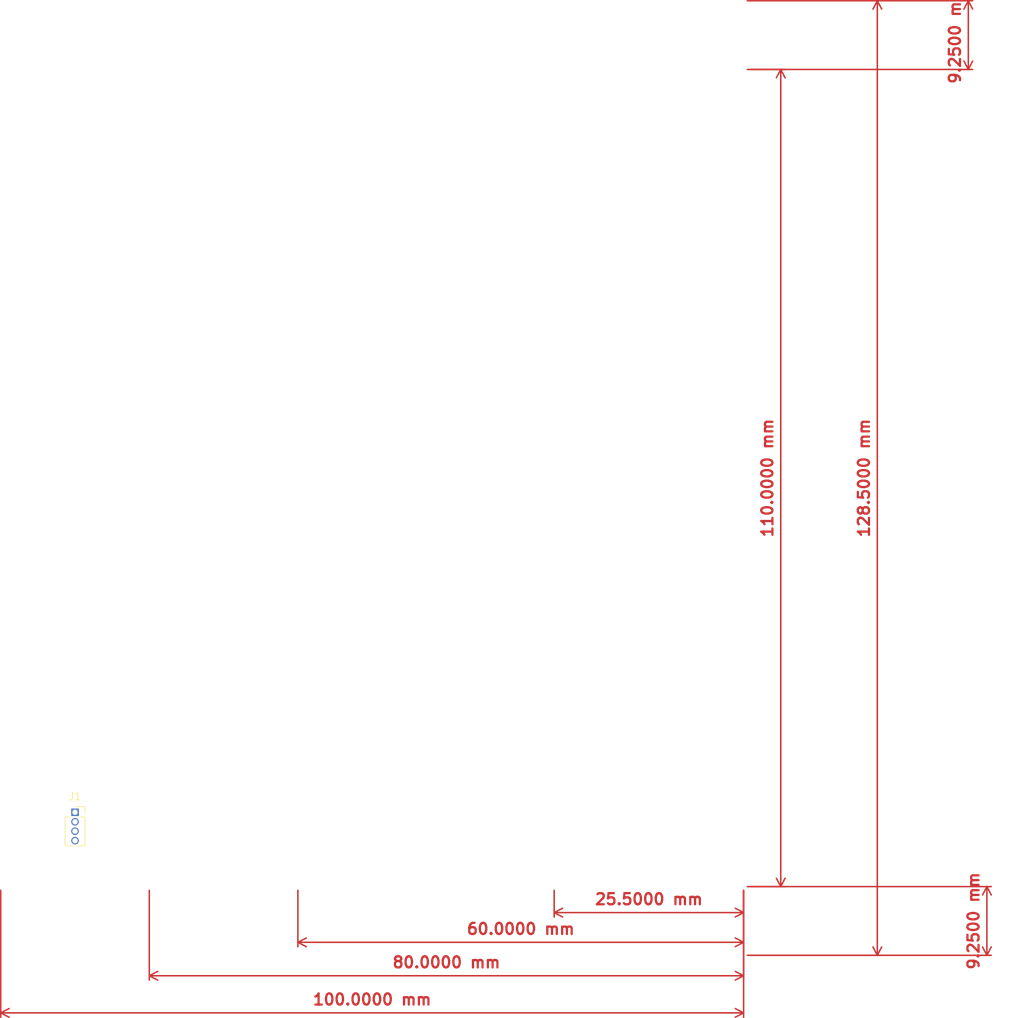
<source format=kicad_pcb>
(kicad_pcb (version 20211014) (generator pcbnew)
  (layers (0 "F.Cu" signal) (31 "B.Cu" signal) (34 "B.Paste" user) (35 "F.Paste" user) (36 "B.SilkS" user "B.Silkscreen") (37 "F.SilkS" user "F.Silkscreen") (38 "B.Mask" user) (39 "F.Mask" user) (44 "Edge.Cuts" user))
  (net 0 "")
  (net 1 "+12V")
  (net 2 "+5V")
  (net 3 "GND")
  (net 4 "-12V")
  (footprint "Connector_PinSocket_1.27mm:PinSocket_1x04_P1.27mm_Vertical" (layer "F.Cu") (at 30 150)
    (fp_text reference "J1" (at 0 -2.135) (layer "F.SilkS"))
    (fp_text value "PowerSupply")
    (fp_line (start -1.33 4.505) (end -0.30753 4.505) (layer "F.SilkS") (width 0.12))
    (fp_line (start -1.33 0.635) (end -0.76 0.635) (layer "F.SilkS") (width 0.12))
    (fp_line (start 0.76 0.635) (end 1.33 0.635) (layer "F.SilkS") (width 0.12))
    (fp_line (start 1.33 0.635) (end 1.33 4.505) (layer "F.SilkS") (width 0.12))
    (fp_line (start 0 -0.76) (end 1.33 -0.76) (layer "F.SilkS") (width 0.12))
    (fp_line (start 0.30753 4.505) (end 1.33 4.505) (layer "F.SilkS") (width 0.12))
    (fp_line (start -1.33 0.635) (end -1.33 4.505) (layer "F.SilkS") (width 0.12))
    (fp_line (start 1.33 -0.76) (end 1.33 0) (layer "F.SilkS") (width 0.12))
    (pad "1" thru_hole rect (at 0 0) (size 1 1) (drill 0.7) (layers *.Cu *.Mask) (net 1 "+12V"))
    (pad "2" thru_hole oval (at 0 1.27) (size 1 1) (drill 0.7) (layers *.Cu *.Mask) (net 2 "+5V"))
    (pad "3" thru_hole oval (at 0 2.54) (size 1 1) (drill 0.7) (layers *.Cu *.Mask) (net 3 "GND"))
    (pad "4" thru_hole oval (at 0 3.81) (size 1 1) (drill 0.7) (layers *.Cu *.Mask) (net 4 "-12V"))
  )
  (dimension (type aligned) (layer "F.Cu") (pts (xy 120 160) (xy 40 160)) (height -12) (gr_text "80,0000 mm" (at 80 170.2) (layer "F.Cu") (effects (font (size 1.5 1.5) (thickness 0.3)))) (format (units 3) (units_format 1) (precision 4)) (style (thickness 0.2) (arrow_length 1.27) (text_position_mode 0) (extension_height 0.58642) (extension_offset 0.5) keep_text_aligned))
  (dimension (type aligned) (layer "F.Cu") (pts (xy 120.5 160) (xy 120.5 169.25)) (height -32.25) (gr_text "9,2500 mm" (at 150.95 164.625 90) (layer "F.Cu") (effects (font (size 1.5 1.5) (thickness 0.3)))) (format (units 3) (units_format 1) (precision 4)) (style (thickness 0.2) (arrow_length 1.27) (text_position_mode 0) (extension_height 0.58642) (extension_offset 0.5) keep_text_aligned))
  (dimension (type aligned) (layer "F.Cu") (pts (xy 120 40.75) (xy 120 169.25)) (height -18) (gr_text "128,5000 mm" (at 136.2 105 90) (layer "F.Cu") (effects (font (size 1.5 1.5) (thickness 0.3)))) (format (units 3) (units_format 1) (precision 4)) (style (thickness 0.2) (arrow_length 1.27) (text_position_mode 0) (extension_height 0.58642) (extension_offset 0.5) keep_text_aligned))
  (dimension (type aligned) (layer "F.Cu") (pts (xy 120 160) (xy 120 50)) (height 5) (gr_text "110,0000 mm" (at 123.2 105 90) (layer "F.Cu") (effects (font (size 1.5 1.5) (thickness 0.3)))) (format (units 3) (units_format 1) (precision 4)) (style (thickness 0.2) (arrow_length 1.27) (text_position_mode 0) (extension_height 0.58642) (extension_offset 0.5) keep_text_aligned))
  (dimension (type aligned) (layer "F.Cu") (pts (xy 120 160) (xy 94.5 160)) (height -3.5) (gr_text "25,5000 mm" (at 107.25 161.7) (layer "F.Cu") (effects (font (size 1.5 1.5) (thickness 0.3)))) (format (units 3) (units_format 1) (precision 4)) (style (thickness 0.2) (arrow_length 1.27) (text_position_mode 0) (extension_height 0.58642) (extension_offset 0.5) keep_text_aligned))
  (dimension (type aligned) (layer "F.Cu") (pts (xy 120.5 50) (xy 120.5 40.75)) (height 29.75) (gr_text "9,2500 mm" (at 148.45 45.375 90) (layer "F.Cu") (effects (font (size 1.5 1.5) (thickness 0.3)))) (format (units 3) (units_format 1) (precision 4)) (style (thickness 0.2) (arrow_length 1.27) (text_position_mode 0) (extension_height 0.58642) (extension_offset 0.5) keep_text_aligned))
  (dimension (type aligned) (layer "F.Cu") (pts (xy 120 160) (xy 20 160)) (height -17) (gr_text "100,0000 mm" (at 70 175.2) (layer "F.Cu") (effects (font (size 1.5 1.5) (thickness 0.3)))) (format (units 3) (units_format 1) (precision 4)) (style (thickness 0.2) (arrow_length 1.27) (text_position_mode 0) (extension_height 0.58642) (extension_offset 0.5) keep_text_aligned))
  (dimension (type aligned) (layer "F.Cu") (pts (xy 120 160) (xy 60 160)) (height -7.5) (gr_text "60,0000 mm" (at 90 165.7) (layer "F.Cu") (effects (font (size 1.5 1.5) (thickness 0.3)))) (format (units 3) (units_format 1) (precision 4)) (style (thickness 0.2) (arrow_length 1.27) (text_position_mode 0) (extension_height 0.58642) (extension_offset 0.5) keep_text_aligned))
)
</source>
